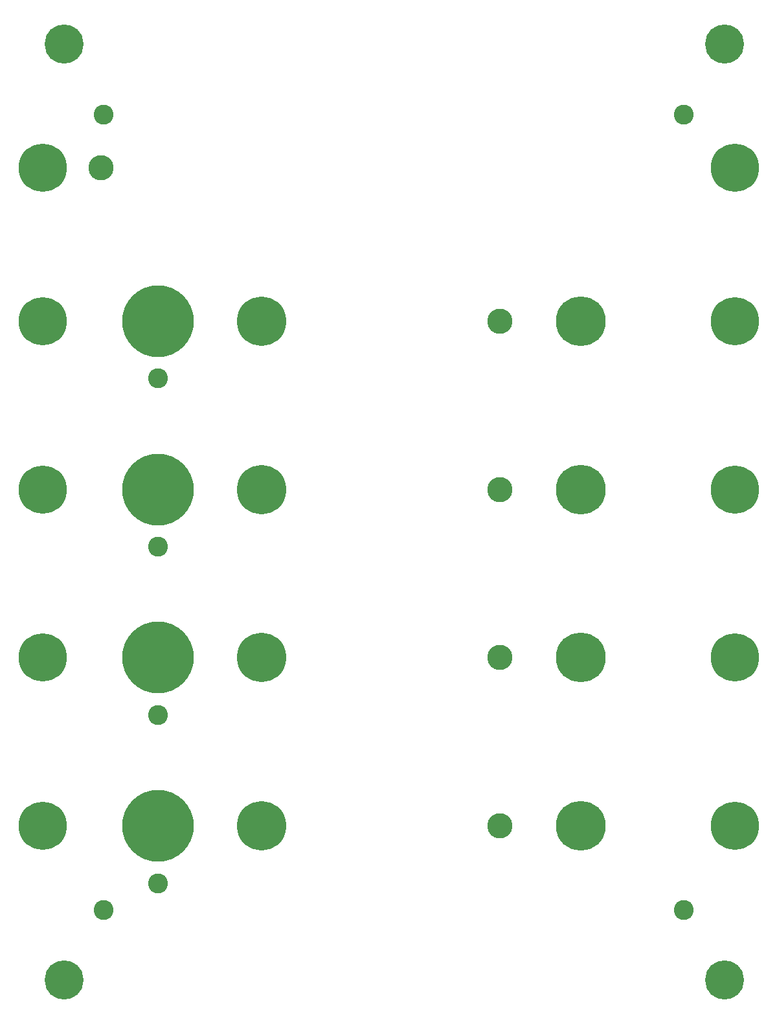
<source format=gbr>
G04 #@! TF.GenerationSoftware,KiCad,Pcbnew,(6.0.1)*
G04 #@! TF.CreationDate,2024-01-17T09:18:27-08:00*
G04 #@! TF.ProjectId,panel,70616e65-6c2e-46b6-9963-61645f706362,1.1*
G04 #@! TF.SameCoordinates,Original*
G04 #@! TF.FileFunction,Soldermask,Top*
G04 #@! TF.FilePolarity,Negative*
%FSLAX46Y46*%
G04 Gerber Fmt 4.6, Leading zero omitted, Abs format (unit mm)*
G04 Created by KiCad (PCBNEW (6.0.1)) date 2024-01-17 09:18:27*
%MOMM*%
%LPD*%
G01*
G04 APERTURE LIST*
%ADD10C,5.102000*%
%ADD11C,6.502000*%
%ADD12C,2.602000*%
%ADD13C,6.302000*%
%ADD14C,9.402000*%
%ADD15C,3.302000*%
%ADD16C,6.452000*%
G04 APERTURE END LIST*
D10*
X47500000Y-33750000D03*
X133860000Y-33750000D03*
X133860000Y-156150000D03*
X47500000Y-156150000D03*
D11*
X115000000Y-70000000D03*
D12*
X52600000Y-43000000D03*
X128480000Y-43000000D03*
X128480000Y-147000000D03*
X52600000Y-147000000D03*
D13*
X44650000Y-70000000D03*
X44650000Y-92000000D03*
X44650000Y-114000000D03*
X44650000Y-50000000D03*
D14*
X59700000Y-70000000D03*
D12*
X59700000Y-77500000D03*
D15*
X104450000Y-136000000D03*
X104450000Y-70000000D03*
D13*
X135150000Y-92000000D03*
D16*
X73300000Y-92000000D03*
D13*
X135150000Y-136000000D03*
X44650000Y-136000000D03*
D16*
X73300000Y-70000000D03*
D12*
X59700000Y-121500000D03*
D14*
X59700000Y-114000000D03*
D15*
X52270000Y-50000000D03*
D13*
X135150000Y-70000000D03*
D11*
X115000000Y-92000000D03*
D15*
X104450000Y-114000000D03*
X104450000Y-92000000D03*
D13*
X135150000Y-114000000D03*
X135150000Y-50000000D03*
D16*
X73300000Y-114000000D03*
X73300000Y-136000000D03*
D11*
X115000000Y-136000000D03*
X115000000Y-114000000D03*
D14*
X59700000Y-92000000D03*
D12*
X59700000Y-99500000D03*
D14*
X59700000Y-136000000D03*
D12*
X59700000Y-143500000D03*
M02*

</source>
